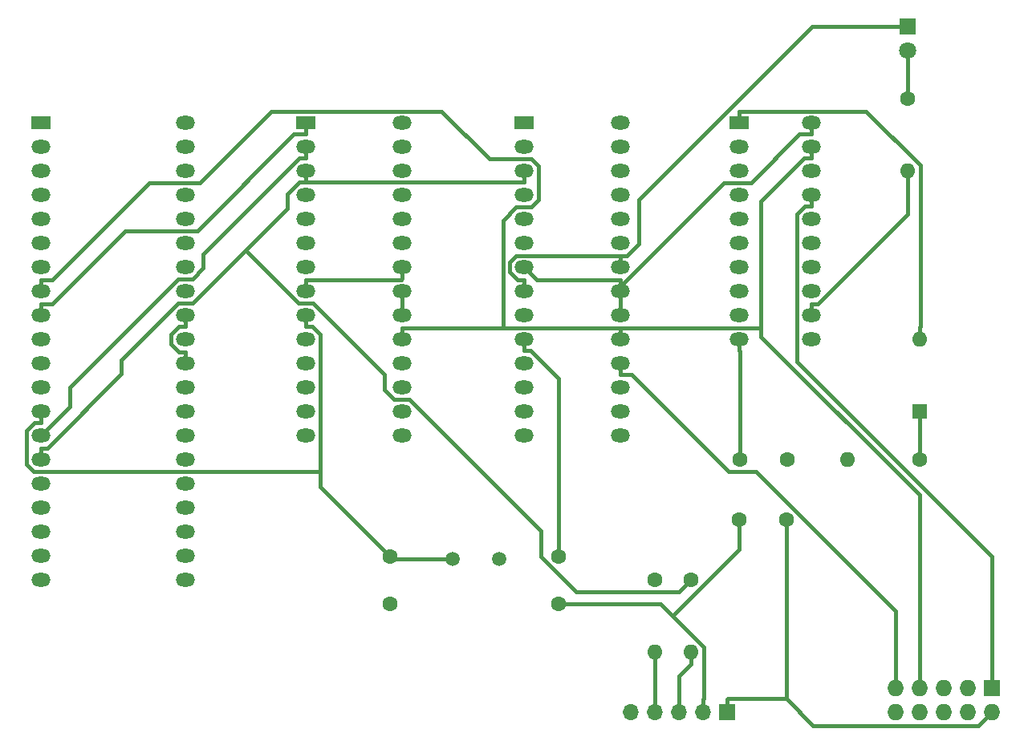
<source format=gbr>
%TF.GenerationSoftware,KiCad,Pcbnew,5.1.5+dfsg1-2build2*%
%TF.CreationDate,2020-12-29T02:51:23+01:00*%
%TF.ProjectId,avr-prog,6176722d-7072-46f6-972e-6b696361645f,1.0*%
%TF.SameCoordinates,PX1e47770PY6a95280*%
%TF.FileFunction,Copper,L2,Bot*%
%TF.FilePolarity,Positive*%
%FSLAX46Y46*%
G04 Gerber Fmt 4.6, Leading zero omitted, Abs format (unit mm)*
G04 Created by KiCad (PCBNEW 5.1.5+dfsg1-2build2) date 2020-12-29 02:51:23*
%MOMM*%
%LPD*%
G04 APERTURE LIST*
%TA.AperFunction,ComponentPad*%
%ADD10C,1.600000*%
%TD*%
%TA.AperFunction,ComponentPad*%
%ADD11R,1.800000X1.800000*%
%TD*%
%TA.AperFunction,ComponentPad*%
%ADD12C,1.800000*%
%TD*%
%TA.AperFunction,ComponentPad*%
%ADD13R,1.600000X1.600000*%
%TD*%
%TA.AperFunction,ComponentPad*%
%ADD14O,1.600000X1.600000*%
%TD*%
%TA.AperFunction,ComponentPad*%
%ADD15R,1.727200X1.727200*%
%TD*%
%TA.AperFunction,ComponentPad*%
%ADD16O,1.727200X1.727200*%
%TD*%
%TA.AperFunction,ComponentPad*%
%ADD17R,1.700000X1.700000*%
%TD*%
%TA.AperFunction,ComponentPad*%
%ADD18O,1.700000X1.700000*%
%TD*%
%TA.AperFunction,ComponentPad*%
%ADD19R,2.000000X1.440000*%
%TD*%
%TA.AperFunction,ComponentPad*%
%ADD20O,2.000000X1.440000*%
%TD*%
%TA.AperFunction,ComponentPad*%
%ADD21C,1.500000*%
%TD*%
%TA.AperFunction,Conductor*%
%ADD22C,0.400000*%
%TD*%
G04 APERTURE END LIST*
D10*
%TO.P,C1,2*%
%TO.N,GND*%
X81280000Y25400000D03*
%TO.P,C1,1*%
%TO.N,+5V*%
X86280000Y25400000D03*
%TD*%
%TO.P,C2,2*%
%TO.N,/XTAL1*%
X44450000Y21510000D03*
%TO.P,C2,1*%
%TO.N,GND*%
X44450000Y16510000D03*
%TD*%
%TO.P,C3,1*%
%TO.N,GND*%
X62230000Y16510000D03*
%TO.P,C3,2*%
%TO.N,/XTAL2*%
X62230000Y21510000D03*
%TD*%
%TO.P,C4,1*%
%TO.N,/~RESET*%
X86360000Y31750000D03*
%TO.P,C4,2*%
%TO.N,GND*%
X81360000Y31750000D03*
%TD*%
D11*
%TO.P,D1,1*%
%TO.N,GND*%
X99060000Y77470000D03*
D12*
%TO.P,D1,2*%
%TO.N,Net-(D1-Pad2)*%
X99060000Y74930000D03*
%TD*%
D13*
%TO.P,D2,1*%
%TO.N,+5V*%
X100330000Y36830000D03*
D14*
%TO.P,D2,2*%
%TO.N,/~RESET*%
X100330000Y44450000D03*
%TD*%
D15*
%TO.P,J1,1*%
%TO.N,/MOSI*%
X107950000Y7620000D03*
D16*
%TO.P,J1,2*%
%TO.N,+5V*%
X107950000Y5080000D03*
%TO.P,J1,3*%
%TO.N,Net-(J1-Pad3)*%
X105410000Y7620000D03*
%TO.P,J1,4*%
%TO.N,GND*%
X105410000Y5080000D03*
%TO.P,J1,5*%
%TO.N,/~RESET*%
X102870000Y7620000D03*
%TO.P,J1,6*%
%TO.N,GND*%
X102870000Y5080000D03*
%TO.P,J1,7*%
%TO.N,/SCK*%
X100330000Y7620000D03*
%TO.P,J1,8*%
%TO.N,GND*%
X100330000Y5080000D03*
%TO.P,J1,9*%
%TO.N,/MISO*%
X97790000Y7620000D03*
%TO.P,J1,10*%
%TO.N,GND*%
X97790000Y5080000D03*
%TD*%
D17*
%TO.P,J2,1*%
%TO.N,+5V*%
X80010000Y5080000D03*
D18*
%TO.P,J2,2*%
%TO.N,GND*%
X77470000Y5080000D03*
%TO.P,J2,3*%
%TO.N,Net-(J2-Pad3)*%
X74930000Y5080000D03*
%TO.P,J2,4*%
%TO.N,Net-(J2-Pad4)*%
X72390000Y5080000D03*
%TO.P,J2,5*%
%TO.N,/~RESET*%
X69850000Y5080000D03*
%TD*%
D10*
%TO.P,R1,1*%
%TO.N,/Tx*%
X76200000Y19050000D03*
D14*
%TO.P,R1,2*%
%TO.N,Net-(J2-Pad3)*%
X76200000Y11430000D03*
%TD*%
%TO.P,R2,2*%
%TO.N,Net-(J2-Pad4)*%
X72390000Y11430000D03*
D10*
%TO.P,R2,1*%
%TO.N,/Rx*%
X72390000Y19050000D03*
%TD*%
D14*
%TO.P,R3,2*%
%TO.N,/led0*%
X99060000Y62230000D03*
D10*
%TO.P,R3,1*%
%TO.N,Net-(D1-Pad2)*%
X99060000Y69850000D03*
%TD*%
%TO.P,R4,1*%
%TO.N,+5V*%
X100330000Y31750000D03*
D14*
%TO.P,R4,2*%
%TO.N,/~RESET*%
X92710000Y31750000D03*
%TD*%
D19*
%TO.P,U1,1*%
%TO.N,/~RESET*%
X81280000Y67310000D03*
D20*
%TO.P,U1,20*%
%TO.N,+5V*%
X88900000Y67310000D03*
%TO.P,U1,2*%
%TO.N,/Rx*%
X81280000Y64770000D03*
%TO.P,U1,19*%
%TO.N,/SCK*%
X88900000Y64770000D03*
%TO.P,U1,3*%
%TO.N,/Tx*%
X81280000Y62230000D03*
%TO.P,U1,18*%
%TO.N,/MISO*%
X88900000Y62230000D03*
%TO.P,U1,4*%
%TO.N,/XTAL2*%
X81280000Y59690000D03*
%TO.P,U1,17*%
%TO.N,/MOSI*%
X88900000Y59690000D03*
%TO.P,U1,5*%
%TO.N,/XTAL1*%
X81280000Y57150000D03*
%TO.P,U1,16*%
%TO.N,Net-(U1-Pad16)*%
X88900000Y57150000D03*
%TO.P,U1,6*%
%TO.N,Net-(U1-Pad6)*%
X81280000Y54610000D03*
%TO.P,U1,15*%
%TO.N,Net-(U1-Pad15)*%
X88900000Y54610000D03*
%TO.P,U1,7*%
%TO.N,Net-(U1-Pad7)*%
X81280000Y52070000D03*
%TO.P,U1,14*%
%TO.N,Net-(U1-Pad14)*%
X88900000Y52070000D03*
%TO.P,U1,8*%
%TO.N,Net-(U1-Pad8)*%
X81280000Y49530000D03*
%TO.P,U1,13*%
%TO.N,Net-(U1-Pad13)*%
X88900000Y49530000D03*
%TO.P,U1,9*%
%TO.N,Net-(U1-Pad9)*%
X81280000Y46990000D03*
%TO.P,U1,12*%
%TO.N,/led0*%
X88900000Y46990000D03*
%TO.P,U1,10*%
%TO.N,GND*%
X81280000Y44450000D03*
%TO.P,U1,11*%
%TO.N,Net-(U1-Pad11)*%
X88900000Y44450000D03*
%TD*%
D19*
%TO.P,U2,1*%
%TO.N,/~RESET*%
X58600000Y67310000D03*
D20*
%TO.P,U2,28*%
%TO.N,Net-(U2-Pad28)*%
X68760000Y67310000D03*
%TO.P,U2,2*%
%TO.N,/Rx*%
X58600000Y64770000D03*
%TO.P,U2,27*%
%TO.N,Net-(U2-Pad27)*%
X68760000Y64770000D03*
%TO.P,U2,3*%
%TO.N,/Tx*%
X58600000Y62230000D03*
%TO.P,U2,26*%
%TO.N,Net-(U2-Pad26)*%
X68760000Y62230000D03*
%TO.P,U2,4*%
%TO.N,Net-(U2-Pad4)*%
X58600000Y59690000D03*
%TO.P,U2,25*%
%TO.N,Net-(U2-Pad25)*%
X68760000Y59690000D03*
%TO.P,U2,5*%
%TO.N,Net-(U2-Pad5)*%
X58600000Y57150000D03*
%TO.P,U2,24*%
%TO.N,Net-(U2-Pad24)*%
X68760000Y57150000D03*
%TO.P,U2,6*%
%TO.N,Net-(U2-Pad6)*%
X58600000Y54610000D03*
%TO.P,U2,23*%
%TO.N,Net-(U2-Pad23)*%
X68760000Y54610000D03*
%TO.P,U2,7*%
%TO.N,+5V*%
X58600000Y52070000D03*
%TO.P,U2,22*%
%TO.N,GND*%
X68760000Y52070000D03*
%TO.P,U2,8*%
X58600000Y49530000D03*
%TO.P,U2,21*%
%TO.N,+5V*%
X68760000Y49530000D03*
%TO.P,U2,9*%
%TO.N,/XTAL1*%
X58600000Y46990000D03*
%TO.P,U2,20*%
%TO.N,+5V*%
X68760000Y46990000D03*
%TO.P,U2,10*%
%TO.N,/XTAL2*%
X58600000Y44450000D03*
%TO.P,U2,19*%
%TO.N,/SCK*%
X68760000Y44450000D03*
%TO.P,U2,11*%
%TO.N,Net-(U2-Pad11)*%
X58600000Y41910000D03*
%TO.P,U2,18*%
%TO.N,/MISO*%
X68760000Y41910000D03*
%TO.P,U2,12*%
%TO.N,Net-(U2-Pad12)*%
X58600000Y39370000D03*
%TO.P,U2,17*%
%TO.N,/MOSI*%
X68760000Y39370000D03*
%TO.P,U2,13*%
%TO.N,Net-(U2-Pad13)*%
X58600000Y36830000D03*
%TO.P,U2,16*%
%TO.N,Net-(U2-Pad16)*%
X68760000Y36830000D03*
%TO.P,U2,14*%
%TO.N,/led0*%
X58600000Y34290000D03*
%TO.P,U2,15*%
%TO.N,Net-(U2-Pad15)*%
X68760000Y34290000D03*
%TD*%
D19*
%TO.P,U3,1*%
%TO.N,/led0*%
X7620000Y67310000D03*
D20*
%TO.P,U3,40*%
%TO.N,Net-(U3-Pad40)*%
X22860000Y67310000D03*
%TO.P,U3,2*%
%TO.N,Net-(U3-Pad2)*%
X7620000Y64770000D03*
%TO.P,U3,39*%
%TO.N,Net-(U3-Pad39)*%
X22860000Y64770000D03*
%TO.P,U3,3*%
%TO.N,Net-(U3-Pad3)*%
X7620000Y62230000D03*
%TO.P,U3,38*%
%TO.N,Net-(U3-Pad38)*%
X22860000Y62230000D03*
%TO.P,U3,4*%
%TO.N,Net-(U3-Pad4)*%
X7620000Y59690000D03*
%TO.P,U3,37*%
%TO.N,Net-(U3-Pad37)*%
X22860000Y59690000D03*
%TO.P,U3,5*%
%TO.N,Net-(U3-Pad5)*%
X7620000Y57150000D03*
%TO.P,U3,36*%
%TO.N,Net-(U3-Pad36)*%
X22860000Y57150000D03*
%TO.P,U3,6*%
%TO.N,/MOSI*%
X7620000Y54610000D03*
%TO.P,U3,35*%
%TO.N,Net-(U3-Pad35)*%
X22860000Y54610000D03*
%TO.P,U3,7*%
%TO.N,/MISO*%
X7620000Y52070000D03*
%TO.P,U3,34*%
%TO.N,Net-(U3-Pad34)*%
X22860000Y52070000D03*
%TO.P,U3,8*%
%TO.N,/SCK*%
X7620000Y49530000D03*
%TO.P,U3,33*%
%TO.N,Net-(U3-Pad33)*%
X22860000Y49530000D03*
%TO.P,U3,9*%
%TO.N,/~RESET*%
X7620000Y46990000D03*
%TO.P,U3,32*%
%TO.N,+5V*%
X22860000Y46990000D03*
%TO.P,U3,10*%
X7620000Y44450000D03*
%TO.P,U3,31*%
%TO.N,GND*%
X22860000Y44450000D03*
%TO.P,U3,11*%
X7620000Y41910000D03*
%TO.P,U3,30*%
%TO.N,+5V*%
X22860000Y41910000D03*
%TO.P,U3,12*%
%TO.N,/XTAL2*%
X7620000Y39370000D03*
%TO.P,U3,29*%
%TO.N,Net-(U3-Pad29)*%
X22860000Y39370000D03*
%TO.P,U3,13*%
%TO.N,/XTAL1*%
X7620000Y36830000D03*
%TO.P,U3,28*%
%TO.N,Net-(U3-Pad28)*%
X22860000Y36830000D03*
%TO.P,U3,14*%
%TO.N,/Rx*%
X7620000Y34290000D03*
%TO.P,U3,27*%
%TO.N,Net-(U3-Pad27)*%
X22860000Y34290000D03*
%TO.P,U3,15*%
%TO.N,/Tx*%
X7620000Y31750000D03*
%TO.P,U3,26*%
%TO.N,Net-(U3-Pad26)*%
X22860000Y31750000D03*
%TO.P,U3,16*%
%TO.N,Net-(U3-Pad16)*%
X7620000Y29210000D03*
%TO.P,U3,25*%
%TO.N,Net-(U3-Pad25)*%
X22860000Y29210000D03*
%TO.P,U3,17*%
%TO.N,Net-(U3-Pad17)*%
X7620000Y26670000D03*
%TO.P,U3,24*%
%TO.N,Net-(U3-Pad24)*%
X22860000Y26670000D03*
%TO.P,U3,18*%
%TO.N,Net-(U3-Pad18)*%
X7620000Y24130000D03*
%TO.P,U3,23*%
%TO.N,Net-(U3-Pad23)*%
X22860000Y24130000D03*
%TO.P,U3,19*%
%TO.N,Net-(U3-Pad19)*%
X7620000Y21590000D03*
%TO.P,U3,22*%
%TO.N,Net-(U3-Pad22)*%
X22860000Y21590000D03*
%TO.P,U3,20*%
%TO.N,Net-(U3-Pad20)*%
X7620000Y19050000D03*
%TO.P,U3,21*%
%TO.N,Net-(U3-Pad21)*%
X22860000Y19050000D03*
%TD*%
%TO.P,U4,15*%
%TO.N,Net-(U4-Pad15)*%
X45720000Y34290000D03*
%TO.P,U4,14*%
%TO.N,/led0*%
X35560000Y34290000D03*
%TO.P,U4,16*%
%TO.N,Net-(U4-Pad16)*%
X45720000Y36830000D03*
%TO.P,U4,13*%
%TO.N,Net-(U4-Pad13)*%
X35560000Y36830000D03*
%TO.P,U4,17*%
%TO.N,/MOSI*%
X45720000Y39370000D03*
%TO.P,U4,12*%
%TO.N,Net-(U4-Pad12)*%
X35560000Y39370000D03*
%TO.P,U4,18*%
%TO.N,/MISO*%
X45720000Y41910000D03*
%TO.P,U4,11*%
%TO.N,Net-(U4-Pad11)*%
X35560000Y41910000D03*
%TO.P,U4,19*%
%TO.N,/SCK*%
X45720000Y44450000D03*
%TO.P,U4,10*%
%TO.N,/XTAL2*%
X35560000Y44450000D03*
%TO.P,U4,20*%
%TO.N,+5V*%
X45720000Y46990000D03*
%TO.P,U4,9*%
%TO.N,/XTAL1*%
X35560000Y46990000D03*
%TO.P,U4,21*%
%TO.N,+5V*%
X45720000Y49530000D03*
%TO.P,U4,8*%
%TO.N,GND*%
X35560000Y49530000D03*
%TO.P,U4,22*%
X45720000Y52070000D03*
%TO.P,U4,7*%
%TO.N,+5V*%
X35560000Y52070000D03*
%TO.P,U4,23*%
%TO.N,Net-(U4-Pad23)*%
X45720000Y54610000D03*
%TO.P,U4,6*%
%TO.N,Net-(U4-Pad6)*%
X35560000Y54610000D03*
%TO.P,U4,24*%
%TO.N,Net-(U4-Pad24)*%
X45720000Y57150000D03*
%TO.P,U4,5*%
%TO.N,Net-(U4-Pad5)*%
X35560000Y57150000D03*
%TO.P,U4,25*%
%TO.N,Net-(U4-Pad25)*%
X45720000Y59690000D03*
%TO.P,U4,4*%
%TO.N,Net-(U4-Pad4)*%
X35560000Y59690000D03*
%TO.P,U4,26*%
%TO.N,Net-(U4-Pad26)*%
X45720000Y62230000D03*
%TO.P,U4,3*%
%TO.N,/Tx*%
X35560000Y62230000D03*
%TO.P,U4,27*%
%TO.N,Net-(U4-Pad27)*%
X45720000Y64770000D03*
%TO.P,U4,2*%
%TO.N,/Rx*%
X35560000Y64770000D03*
%TO.P,U4,28*%
%TO.N,Net-(U4-Pad28)*%
X45720000Y67310000D03*
D19*
%TO.P,U4,1*%
%TO.N,/~RESET*%
X35560000Y67310000D03*
%TD*%
D21*
%TO.P,Y1,1*%
%TO.N,/XTAL1*%
X51085000Y21225000D03*
%TO.P,Y1,2*%
%TO.N,/XTAL2*%
X55965000Y21225000D03*
%TD*%
D22*
%TO.N,GND*%
X74255100Y15254700D02*
X72999700Y16510000D01*
X72999700Y16510000D02*
X62230000Y16510000D01*
X77470000Y6430300D02*
X77549300Y6509600D01*
X77549300Y6509600D02*
X77549300Y11960400D01*
X77549300Y11960400D02*
X74255100Y15254700D01*
X81280000Y25400000D02*
X81280000Y22279600D01*
X81280000Y22279600D02*
X74255100Y15254700D01*
X77470000Y5080000D02*
X77470000Y6430300D01*
X58600000Y49530000D02*
X58600000Y50750300D01*
X99060000Y77470000D02*
X88977800Y77470000D01*
X88977800Y77470000D02*
X70680200Y59172400D01*
X70680200Y59172400D02*
X70680200Y54513400D01*
X70680200Y54513400D02*
X69457100Y53290300D01*
X69457100Y53290300D02*
X68760000Y53290300D01*
X81280000Y44450000D02*
X81280000Y43229700D01*
X81280000Y43229700D02*
X81360000Y43149700D01*
X81360000Y43149700D02*
X81360000Y31750000D01*
X68760000Y52070000D02*
X68760000Y53290300D01*
X58600000Y50750300D02*
X57913600Y50750300D01*
X57913600Y50750300D02*
X57083700Y51580200D01*
X57083700Y51580200D02*
X57083700Y52586500D01*
X57083700Y52586500D02*
X57787500Y53290300D01*
X57787500Y53290300D02*
X68760000Y53290300D01*
X35560000Y49530000D02*
X35560000Y50750300D01*
X45720000Y52070000D02*
X45720000Y50849700D01*
X35560000Y50750300D02*
X45620600Y50750300D01*
X45620600Y50750300D02*
X45720000Y50849700D01*
%TO.N,+5V*%
X86280000Y6518300D02*
X89118800Y3679500D01*
X89118800Y3679500D02*
X106549500Y3679500D01*
X106549500Y3679500D02*
X107950000Y5080000D01*
X80010000Y6430300D02*
X80098000Y6518300D01*
X80098000Y6518300D02*
X86280000Y6518300D01*
X86280000Y25400000D02*
X86280000Y6518300D01*
X88900000Y67310000D02*
X88900000Y66089700D01*
X68760000Y50044800D02*
X79675200Y60960000D01*
X79675200Y60960000D02*
X82550000Y60960000D01*
X82550000Y60960000D02*
X87679700Y66089700D01*
X87679700Y66089700D02*
X88900000Y66089700D01*
X68760000Y50044800D02*
X68760000Y50750300D01*
X68760000Y49530000D02*
X68760000Y50044800D01*
X58600000Y52070000D02*
X59919700Y50750300D01*
X59919700Y50750300D02*
X68760000Y50750300D01*
X80010000Y5080000D02*
X80010000Y6430300D01*
X100330000Y31750000D02*
X100330000Y36830000D01*
X68760000Y46990000D02*
X68760000Y49530000D01*
X22860000Y46990000D02*
X22860000Y45769700D01*
X22860000Y41910000D02*
X22860000Y43130300D01*
X22860000Y43130300D02*
X22173600Y43130300D01*
X22173600Y43130300D02*
X21359400Y43944500D01*
X21359400Y43944500D02*
X21359400Y44956500D01*
X21359400Y44956500D02*
X22172600Y45769700D01*
X22172600Y45769700D02*
X22860000Y45769700D01*
X45720000Y49530000D02*
X45720000Y46990000D01*
%TO.N,/XTAL1*%
X51085000Y21225000D02*
X44735000Y21225000D01*
X44735000Y21225000D02*
X44450000Y21510000D01*
X37089300Y30480000D02*
X6880800Y30480000D01*
X6880800Y30480000D02*
X6085700Y31275100D01*
X6085700Y31275100D02*
X6085700Y34762800D01*
X6085700Y34762800D02*
X6932600Y35609700D01*
X6932600Y35609700D02*
X7620000Y35609700D01*
X44450000Y21510000D02*
X37089300Y28870700D01*
X37089300Y28870700D02*
X37089300Y30480000D01*
X37089300Y30480000D02*
X37089300Y44927800D01*
X37089300Y44927800D02*
X36247400Y45769700D01*
X36247400Y45769700D02*
X35560000Y45769700D01*
X7620000Y36830000D02*
X7620000Y35609700D01*
X35560000Y46990000D02*
X35560000Y45769700D01*
%TO.N,/XTAL2*%
X58600000Y44450000D02*
X58600000Y43229700D01*
X58600000Y43229700D02*
X59286400Y43229700D01*
X59286400Y43229700D02*
X62230000Y40286100D01*
X62230000Y40286100D02*
X62230000Y21510000D01*
%TO.N,/~RESET*%
X100330000Y44450000D02*
X100330000Y45750300D01*
X81280000Y67310000D02*
X81280000Y68530300D01*
X81280000Y68530300D02*
X94644800Y68530300D01*
X94644800Y68530300D02*
X100385900Y62789200D01*
X100385900Y62789200D02*
X100385900Y45806200D01*
X100385900Y45806200D02*
X100330000Y45750300D01*
X35560000Y67310000D02*
X35560000Y66089700D01*
X7620000Y46990000D02*
X7620000Y48210300D01*
X7620000Y48210300D02*
X8840300Y48210300D01*
X8840300Y48210300D02*
X16510000Y55880000D01*
X16510000Y55880000D02*
X24130000Y55880000D01*
X24130000Y55880000D02*
X34339700Y66089700D01*
X34339700Y66089700D02*
X35560000Y66089700D01*
%TO.N,Net-(D1-Pad2)*%
X99060000Y69850000D02*
X99060000Y74930000D01*
%TO.N,/MOSI*%
X88900000Y59690000D02*
X88900000Y58469700D01*
X88900000Y58469700D02*
X88213600Y58469700D01*
X88213600Y58469700D02*
X87390900Y57647000D01*
X87390900Y57647000D02*
X87390900Y42065600D01*
X87390900Y42065600D02*
X107950000Y21506500D01*
X107950000Y21506500D02*
X107950000Y7620000D01*
%TO.N,/SCK*%
X83599400Y45670300D02*
X83599400Y44729800D01*
X83599400Y44729800D02*
X100330000Y27999200D01*
X100330000Y27999200D02*
X100330000Y7620000D01*
X88900000Y63549700D02*
X88140600Y63549700D01*
X88140600Y63549700D02*
X83599400Y59008500D01*
X83599400Y59008500D02*
X83599400Y45670300D01*
X68760000Y45670300D02*
X83599400Y45670300D01*
X56380700Y45670300D02*
X68760000Y45670300D01*
X45720000Y45670300D02*
X56380700Y45670300D01*
X7620000Y50750300D02*
X8840300Y50750300D01*
X8840300Y50750300D02*
X19050000Y60960000D01*
X19050000Y60960000D02*
X24360400Y60960000D01*
X24360400Y60960000D02*
X31930800Y68530400D01*
X31930800Y68530400D02*
X49903900Y68530400D01*
X49903900Y68530400D02*
X54934300Y63500000D01*
X54934300Y63500000D02*
X59382200Y63500000D01*
X59382200Y63500000D02*
X60137600Y62744600D01*
X60137600Y62744600D02*
X60137600Y59158600D01*
X60137600Y59158600D02*
X59388000Y58409000D01*
X59388000Y58409000D02*
X57771400Y58409000D01*
X57771400Y58409000D02*
X56380700Y57018300D01*
X56380700Y57018300D02*
X56380700Y45670300D01*
X7620000Y49530000D02*
X7620000Y50750300D01*
X45720000Y44450000D02*
X45720000Y45670300D01*
X68760000Y44450000D02*
X68760000Y45670300D01*
X88900000Y64770000D02*
X88900000Y63549700D01*
%TO.N,/MISO*%
X68760000Y41910000D02*
X68760000Y40689700D01*
X68760000Y40689700D02*
X69980300Y40689700D01*
X69980300Y40689700D02*
X80220400Y30449600D01*
X80220400Y30449600D02*
X83080200Y30449600D01*
X83080200Y30449600D02*
X97790000Y15739800D01*
X97790000Y15739800D02*
X97790000Y7620000D01*
%TO.N,Net-(J2-Pad3)*%
X76200000Y11430000D02*
X76200000Y10129700D01*
X76200000Y10129700D02*
X74930000Y8859700D01*
X74930000Y8859700D02*
X74930000Y5080000D01*
%TO.N,Net-(J2-Pad4)*%
X72390000Y11430000D02*
X72390000Y5080000D01*
%TO.N,/Tx*%
X29242100Y53840500D02*
X33649400Y58247800D01*
X33649400Y58247800D02*
X33649400Y59792500D01*
X33649400Y59792500D02*
X34866600Y61009700D01*
X34866600Y61009700D02*
X35560000Y61009700D01*
X7620000Y32970300D02*
X8306400Y32970300D01*
X8306400Y32970300D02*
X16125100Y40789000D01*
X16125100Y40789000D02*
X16125100Y42261200D01*
X16125100Y42261200D02*
X22123900Y48260000D01*
X22123900Y48260000D02*
X23661600Y48260000D01*
X23661600Y48260000D02*
X29242100Y53840500D01*
X29242100Y53840500D02*
X34822500Y48260000D01*
X34822500Y48260000D02*
X36298800Y48260000D01*
X36298800Y48260000D02*
X43859200Y40699600D01*
X43859200Y40699600D02*
X43859200Y39150500D01*
X43859200Y39150500D02*
X44909700Y38100000D01*
X44909700Y38100000D02*
X46501200Y38100000D01*
X46501200Y38100000D02*
X60404300Y24196900D01*
X60404300Y24196900D02*
X60404300Y21483700D01*
X60404300Y21483700D02*
X64139100Y17748900D01*
X64139100Y17748900D02*
X74898900Y17748900D01*
X74898900Y17748900D02*
X76200000Y19050000D01*
X7620000Y31750000D02*
X7620000Y32970300D01*
X58600000Y62230000D02*
X58600000Y61009700D01*
X35560000Y62230000D02*
X35560000Y61009700D01*
X35560000Y61009700D02*
X58600000Y61009700D01*
%TO.N,/Rx*%
X35560000Y64770000D02*
X35560000Y63549700D01*
X35560000Y63549700D02*
X34873600Y63549700D01*
X34873600Y63549700D02*
X24753800Y53429900D01*
X24753800Y53429900D02*
X24753800Y51941000D01*
X24753800Y51941000D02*
X23612800Y50800000D01*
X23612800Y50800000D02*
X22121200Y50800000D01*
X22121200Y50800000D02*
X10685600Y39364400D01*
X10685600Y39364400D02*
X10685600Y37355600D01*
X10685600Y37355600D02*
X7620000Y34290000D01*
%TO.N,/led0*%
X88900000Y46990000D02*
X88900000Y48210300D01*
X88900000Y48210300D02*
X89586400Y48210300D01*
X89586400Y48210300D02*
X99060000Y57683900D01*
X99060000Y57683900D02*
X99060000Y62230000D01*
%TD*%
M02*

</source>
